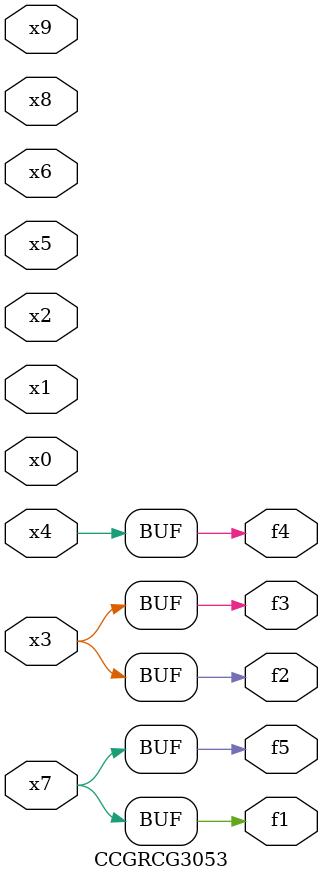
<source format=v>
module CCGRCG3053(
	input x0, x1, x2, x3, x4, x5, x6, x7, x8, x9,
	output f1, f2, f3, f4, f5
);
	assign f1 = x7;
	assign f2 = x3;
	assign f3 = x3;
	assign f4 = x4;
	assign f5 = x7;
endmodule

</source>
